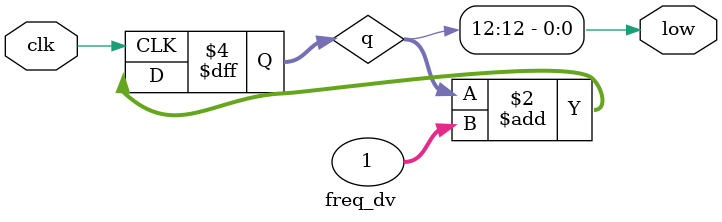
<source format=v>
`timescale 1ns / 1ps


module keypad(
    input clk,
    input [2:0] col,
    output reg [6:0]  seg,
    output reg dp,
    output [7:0] an,
    output reg [3:0] row,
    output reg [3:0] count
);
wire low;
reg [1:0] c=2'b00;
assign an=8'b11111110;

initial begin
count=4'b1111;
seg=7'b1111111;
dp=1'b1;
end

freq_dv g1(
    .clk(clk),
    .low(low)
);





always @(posedge low) begin
    case(c)
        2'b00: begin
           
            row <= 4'b1000;
        end
        2'b01: begin
          
            row <= 4'b0100;
        end
        2'b10: begin
           
            row <= 4'b0010;
        end
        2'b11: begin
           
            row <= 4'b0001;
        end
    endcase
end

always @(posedge low) begin
    case(col)
        3'b000: begin
            count <= 15; //_:15
            c<=c+1;
        end
        3'b100: begin
            count <= 1+3*c;//*:10
        end
        3'b010: begin
            count <= 2+3*c;
            if(2+3*c==11)
                count <= 0; //0:0
        end
        3'b001: begin
            count <= 3+3*c; //#:12
        end
    endcase
end

    always @(posedge low) begin
        
        case (count)
            4'b0000: seg = 7'b0000001; //0
            4'b0001: seg = 7'b1001111; //1
            4'b0010: seg = 7'b0010010; //2
            4'b0011: seg = 7'b0000110; //3
            4'b0100: seg = 7'b1001100; //4
            4'b0101: seg = 7'b0100100; //5
            4'b0110: seg = 7'b0100000; //6
            4'b0111: seg = 7'b0001111; //7
            4'b1000: seg = 7'b0000000; //8
            4'b1001: seg = 7'b0000100; //9
            4'b1010: begin
                seg = 7'b0000000; 
                dp  = 1'b0; //10
                end
            4'b1100: seg = 7'b0011100; //12
            4'b1111: begin
                seg = 7'b1111111;//15
                dp  = 1'b1;
                end
            default: seg = 7'b1111111; //nothing be pressed
        endcase
    end

endmodule


module freq_dv(
    input clk,
    output low
);
    reg [32:0] q = 0;

    always @(posedge clk) begin
        q <= q + 1;
    end

    assign low = q[12];

endmodule


</source>
